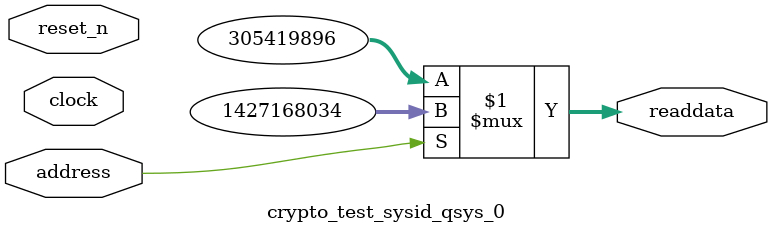
<source format=v>

`timescale 1ns / 1ps
// synthesis translate_on

// turn off superfluous verilog processor warnings 
// altera message_level Level1 
// altera message_off 10034 10035 10036 10037 10230 10240 10030 

module crypto_test_sysid_qsys_0 (
               // inputs:
                address,
                clock,
                reset_n,

               // outputs:
                readdata
             )
;

  output  [ 31: 0] readdata;
  input            address;
  input            clock;
  input            reset_n;

  wire    [ 31: 0] readdata;
  //control_slave, which is an e_avalon_slave
  assign readdata = address ? 1427168034 : 305419896;

endmodule




</source>
